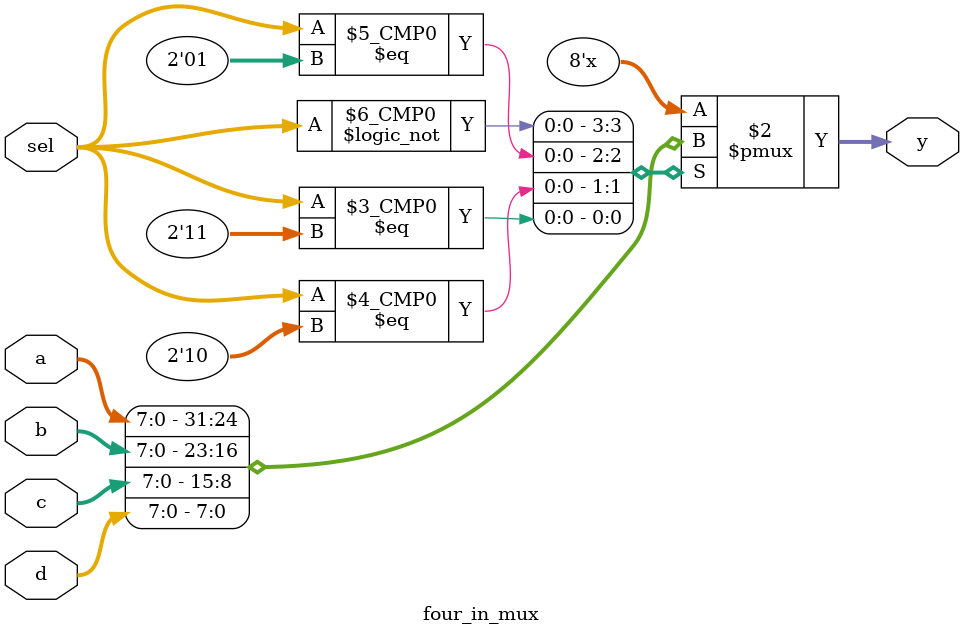
<source format=v>
module four_in_mux (
    input wire [7:0] a,
    input wire [7:0] b,
    input wire [7:0] c,
    input wire [7:0] d,
    input wire [1:0] sel,
    output reg [7:0] y
);

    always @(*) begin
        case (sel)
            2'b00 : y = a;
            2'b01 : y = b;
            2'b10 : y = c;
            2'b11 : y = d;
            default: y = 8'b00000000;
        endcase
    end

endmodule
</source>
